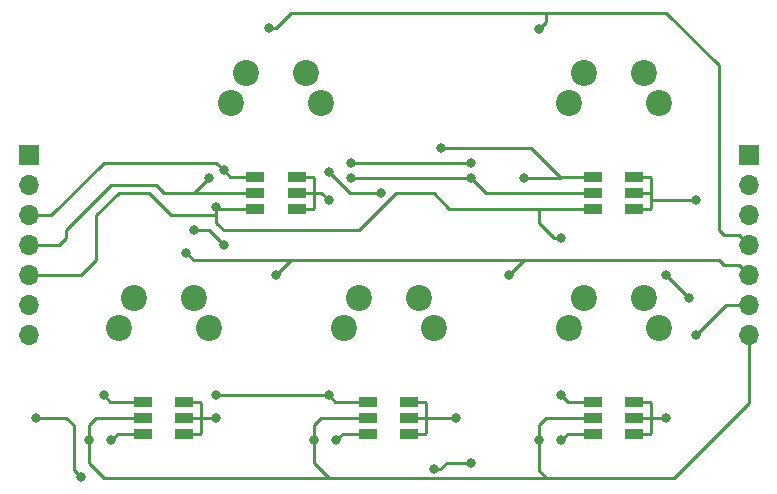
<source format=gbr>
G04 #@! TF.GenerationSoftware,KiCad,Pcbnew,(5.0.0-rc2-dev-471-ge4feb315d)*
G04 #@! TF.CreationDate,2018-05-05T14:14:47+01:00*
G04 #@! TF.ProjectId,cherry_breakout_2u_double_side,6368657272795F627265616B6F75745F,rev?*
G04 #@! TF.SameCoordinates,Original*
G04 #@! TF.FileFunction,Copper,L2,Bot,Signal*
G04 #@! TF.FilePolarity,Positive*
%FSLAX46Y46*%
G04 Gerber Fmt 4.6, Leading zero omitted, Abs format (unit mm)*
G04 Created by KiCad (PCBNEW (5.0.0-rc2-dev-471-ge4feb315d)) date Sat May  5 14:14:47 2018*
%MOMM*%
%LPD*%
G01*
G04 APERTURE LIST*
%ADD10R,1.500000X0.900000*%
%ADD11R,1.700000X1.700000*%
%ADD12O,1.700000X1.700000*%
%ADD13C,2.200000*%
%ADD14C,0.800000*%
%ADD15C,0.250000*%
G04 APERTURE END LIST*
D10*
X138585000Y-121205000D03*
X138585000Y-122555000D03*
X138585000Y-123905000D03*
X142085000Y-121205000D03*
X142085000Y-122555000D03*
X142085000Y-123905000D03*
X151610000Y-104855000D03*
X151610000Y-103505000D03*
X151610000Y-102155000D03*
X148110000Y-104855000D03*
X148110000Y-103505000D03*
X148110000Y-102155000D03*
X161135000Y-123905000D03*
X161135000Y-122555000D03*
X161135000Y-121205000D03*
X157635000Y-123905000D03*
X157635000Y-122555000D03*
X157635000Y-121205000D03*
X176685000Y-121205000D03*
X176685000Y-122555000D03*
X176685000Y-123905000D03*
X180185000Y-121205000D03*
X180185000Y-122555000D03*
X180185000Y-123905000D03*
X176685000Y-102155000D03*
X176685000Y-103505000D03*
X176685000Y-104855000D03*
X180185000Y-102155000D03*
X180185000Y-103505000D03*
X180185000Y-104855000D03*
D11*
X128905000Y-100330000D03*
D12*
X128905000Y-102870000D03*
X128905000Y-105410000D03*
X128905000Y-107950000D03*
X128905000Y-110490000D03*
X128905000Y-113030000D03*
X128905000Y-115570000D03*
X189865000Y-115570000D03*
X189865000Y-113030000D03*
X189865000Y-110490000D03*
X189865000Y-107950000D03*
X189865000Y-105410000D03*
X189865000Y-102870000D03*
D11*
X189865000Y-100330000D03*
D13*
X146050000Y-95885000D03*
X152400000Y-93345000D03*
X136525000Y-114935000D03*
X142875000Y-112395000D03*
X137795000Y-112395000D03*
X144145000Y-114935000D03*
X147320000Y-93345000D03*
X153670000Y-95885000D03*
X163195000Y-114935000D03*
X156845000Y-112395000D03*
X161925000Y-112395000D03*
X155575000Y-114935000D03*
X174625000Y-95885000D03*
X180975000Y-93345000D03*
X174625000Y-114935000D03*
X180975000Y-112395000D03*
X175895000Y-112395000D03*
X182245000Y-114935000D03*
X175895000Y-93345000D03*
X182245000Y-95885000D03*
D14*
X149225000Y-89535000D03*
X172085000Y-89625000D03*
X169545000Y-110490000D03*
X149860000Y-110490000D03*
X142240000Y-108585000D03*
X185420000Y-104140000D03*
X166370000Y-100965000D03*
X156210000Y-100965000D03*
X154305000Y-104140000D03*
X142875000Y-106680000D03*
X145415000Y-107950000D03*
X144780000Y-122555000D03*
X185420000Y-115570000D03*
X173990000Y-120650000D03*
X154305000Y-120650000D03*
X144780000Y-120650000D03*
X135255000Y-120650000D03*
X163195000Y-126910000D03*
X173990000Y-124460000D03*
X154940000Y-124460000D03*
X135890000Y-124460000D03*
X166370000Y-126365000D03*
X172085000Y-124460000D03*
X153035000Y-124460000D03*
X133985000Y-124460000D03*
X165100000Y-122555000D03*
X182880000Y-110490000D03*
X184785000Y-112395000D03*
X182880000Y-122555000D03*
X144145000Y-102235000D03*
X156210000Y-102235000D03*
X166370000Y-102235000D03*
X144780000Y-104685000D03*
X173990000Y-107315000D03*
X145415000Y-101600000D03*
X154305000Y-101690000D03*
X158750000Y-103505000D03*
X163830000Y-99695000D03*
X170815000Y-102235000D03*
X129540000Y-122555000D03*
X133350000Y-127595000D03*
D15*
X189015001Y-107100001D02*
X187745001Y-107100001D01*
X189865000Y-107950000D02*
X189015001Y-107100001D01*
X187745001Y-107100001D02*
X187325000Y-106680000D01*
X151130000Y-88265000D02*
X149860000Y-89535000D01*
X149860000Y-89535000D02*
X149225000Y-89535000D01*
X172720000Y-88990000D02*
X172085000Y-89625000D01*
X172720000Y-88265000D02*
X172720000Y-88990000D01*
X172720000Y-88265000D02*
X151130000Y-88265000D01*
X189015001Y-109640001D02*
X187745001Y-109640001D01*
X189865000Y-110490000D02*
X189015001Y-109640001D01*
X187745001Y-109640001D02*
X187325000Y-109220000D01*
X187325000Y-109220000D02*
X170815000Y-109220000D01*
X170815000Y-109220000D02*
X169545000Y-110490000D01*
X170815000Y-109220000D02*
X151130000Y-109220000D01*
X151130000Y-109220000D02*
X149860000Y-110490000D01*
X142875000Y-109220000D02*
X151130000Y-109220000D01*
X142240000Y-108585000D02*
X142875000Y-109220000D01*
X181530000Y-102155000D02*
X180185000Y-102155000D01*
X181610000Y-102235000D02*
X181530000Y-102155000D01*
X180185000Y-103505000D02*
X181610000Y-103505000D01*
X181610000Y-103505000D02*
X181610000Y-102235000D01*
X180485000Y-104855000D02*
X180565000Y-104775000D01*
X180185000Y-104855000D02*
X181530000Y-104855000D01*
X181530000Y-104855000D02*
X181610000Y-104775000D01*
X181610000Y-122555000D02*
X180185000Y-122555000D01*
X181610000Y-121285000D02*
X181610000Y-122555000D01*
X180185000Y-121205000D02*
X181530000Y-121205000D01*
X181530000Y-121205000D02*
X181610000Y-121285000D01*
X180185000Y-123905000D02*
X181530000Y-123905000D01*
X181530000Y-123905000D02*
X181610000Y-123825000D01*
X181610000Y-123825000D02*
X181610000Y-122555000D01*
X185420000Y-104140000D02*
X181610000Y-104140000D01*
X181610000Y-104775000D02*
X181610000Y-104140000D01*
X181610000Y-104140000D02*
X181610000Y-103505000D01*
X166370000Y-100965000D02*
X156210000Y-100965000D01*
X151610000Y-103505000D02*
X153035000Y-103505000D01*
X151610000Y-104855000D02*
X152955000Y-104855000D01*
X152955000Y-104855000D02*
X153035000Y-104775000D01*
X151610000Y-102155000D02*
X152955000Y-102155000D01*
X153035000Y-102235000D02*
X153035000Y-103505000D01*
X152955000Y-102155000D02*
X153035000Y-102235000D01*
X153035000Y-104775000D02*
X153035000Y-104140000D01*
X153035000Y-104140000D02*
X153035000Y-103505000D01*
X153035000Y-103505000D02*
X153670000Y-103505000D01*
X153670000Y-103505000D02*
X154305000Y-104140000D01*
X142875000Y-106680000D02*
X144145000Y-106680000D01*
X144145000Y-106680000D02*
X145415000Y-107950000D01*
X142085000Y-123905000D02*
X143430000Y-123905000D01*
X143430000Y-123905000D02*
X143510000Y-123825000D01*
X143510000Y-123825000D02*
X143510000Y-122555000D01*
X143510000Y-122555000D02*
X142085000Y-122555000D01*
X142085000Y-121205000D02*
X143430000Y-121205000D01*
X143510000Y-121285000D02*
X143510000Y-122555000D01*
X143430000Y-121205000D02*
X143510000Y-121285000D01*
X143510000Y-122555000D02*
X144780000Y-122555000D01*
X189865000Y-113030000D02*
X187960000Y-113030000D01*
X187960000Y-113030000D02*
X185420000Y-115570000D01*
X174545000Y-121205000D02*
X173990000Y-120650000D01*
X176685000Y-121205000D02*
X174545000Y-121205000D01*
X154860000Y-121205000D02*
X154305000Y-120650000D01*
X157635000Y-121205000D02*
X154860000Y-121205000D01*
X154305000Y-120650000D02*
X144780000Y-120650000D01*
X135810000Y-121205000D02*
X135255000Y-120650000D01*
X138585000Y-121205000D02*
X135810000Y-121205000D01*
X176685000Y-123905000D02*
X174545000Y-123905000D01*
X174545000Y-123905000D02*
X173990000Y-124460000D01*
X157635000Y-123905000D02*
X155495000Y-123905000D01*
X155495000Y-123905000D02*
X154940000Y-124460000D01*
X138585000Y-123905000D02*
X136445000Y-123905000D01*
X136445000Y-123905000D02*
X135890000Y-124460000D01*
X163760685Y-126910000D02*
X164305685Y-126365000D01*
X163195000Y-126910000D02*
X163760685Y-126910000D01*
X164305685Y-126365000D02*
X166370000Y-126365000D01*
X172720000Y-127635000D02*
X172085000Y-127000000D01*
X172720000Y-122555000D02*
X176685000Y-122555000D01*
X172085000Y-123190000D02*
X172720000Y-122555000D01*
X172085000Y-127000000D02*
X172085000Y-124460000D01*
X172085000Y-124460000D02*
X172085000Y-123190000D01*
X153670000Y-122555000D02*
X157635000Y-122555000D01*
X153035000Y-123190000D02*
X153670000Y-122555000D01*
X172720000Y-127635000D02*
X154305000Y-127635000D01*
X154305000Y-127635000D02*
X153035000Y-126365000D01*
X153035000Y-126365000D02*
X153035000Y-124460000D01*
X153035000Y-124460000D02*
X153035000Y-123190000D01*
X134620000Y-122555000D02*
X138585000Y-122555000D01*
X133985000Y-123190000D02*
X134620000Y-122555000D01*
X154305000Y-127635000D02*
X135255000Y-127635000D01*
X135255000Y-127635000D02*
X133985000Y-126365000D01*
X133985000Y-126365000D02*
X133985000Y-124460000D01*
X133985000Y-124460000D02*
X133985000Y-123190000D01*
X161135000Y-121205000D02*
X162480000Y-121205000D01*
X162480000Y-121205000D02*
X162560000Y-121285000D01*
X165100000Y-122555000D02*
X162560000Y-122555000D01*
X162560000Y-121285000D02*
X162560000Y-122555000D01*
X162560000Y-122555000D02*
X161135000Y-122555000D01*
X161135000Y-123905000D02*
X162480000Y-123905000D01*
X162480000Y-123905000D02*
X162560000Y-123825000D01*
X162560000Y-123825000D02*
X162560000Y-122555000D01*
X182880000Y-110490000D02*
X184785000Y-112395000D01*
X181610000Y-122555000D02*
X182880000Y-122555000D01*
X131445000Y-107950000D02*
X128905000Y-107950000D01*
X140335000Y-103505000D02*
X139700000Y-102870000D01*
X148110000Y-103505000D02*
X140335000Y-103505000D01*
X132080000Y-107315000D02*
X131445000Y-107950000D01*
X139700000Y-102870000D02*
X135890000Y-102870000D01*
X132080000Y-106680000D02*
X132080000Y-107315000D01*
X135890000Y-102870000D02*
X132080000Y-106680000D01*
X144145000Y-102235000D02*
X142875000Y-103505000D01*
X156210000Y-102235000D02*
X166370000Y-102235000D01*
X166370000Y-102235000D02*
X167640000Y-103505000D01*
X167640000Y-103505000D02*
X176685000Y-103505000D01*
X144950000Y-104855000D02*
X144780000Y-104685000D01*
X148110000Y-104855000D02*
X144950000Y-104855000D01*
X144780000Y-106045000D02*
X145415000Y-106680000D01*
X160020000Y-103505000D02*
X163195000Y-103505000D01*
X145415000Y-106680000D02*
X156845000Y-106680000D01*
X156845000Y-106680000D02*
X160020000Y-103505000D01*
X163195000Y-103505000D02*
X164545000Y-104855000D01*
X133350000Y-110490000D02*
X128905000Y-110490000D01*
X134620000Y-109220000D02*
X133350000Y-110490000D01*
X134620000Y-105410000D02*
X134620000Y-109220000D01*
X144780000Y-104685000D02*
X144780000Y-105410000D01*
X144780000Y-105410000D02*
X144780000Y-106045000D01*
X144780000Y-105410000D02*
X140970000Y-105410000D01*
X140970000Y-105410000D02*
X139065000Y-103505000D01*
X139065000Y-103505000D02*
X136525000Y-103505000D01*
X136525000Y-103505000D02*
X134620000Y-105410000D01*
X173990000Y-107315000D02*
X173355000Y-107315000D01*
X173355000Y-107315000D02*
X172085000Y-106045000D01*
X164545000Y-104855000D02*
X172085000Y-104855000D01*
X172085000Y-106045000D02*
X172085000Y-104855000D01*
X172085000Y-104855000D02*
X176685000Y-104855000D01*
X135255000Y-100965000D02*
X130810000Y-105410000D01*
X144780000Y-100965000D02*
X135255000Y-100965000D01*
X148110000Y-102155000D02*
X145970000Y-102155000D01*
X130810000Y-105410000D02*
X128905000Y-105410000D01*
X145415000Y-101600000D02*
X144780000Y-100965000D01*
X145970000Y-102155000D02*
X145415000Y-101600000D01*
X154305000Y-101690000D02*
X156120000Y-103505000D01*
X156120000Y-103505000D02*
X158750000Y-103505000D01*
X163830000Y-99695000D02*
X171450000Y-99695000D01*
X171450000Y-99695000D02*
X173910000Y-102155000D01*
X173910000Y-102235000D02*
X173990000Y-102155000D01*
X170815000Y-102235000D02*
X173910000Y-102235000D01*
X173910000Y-102155000D02*
X173990000Y-102155000D01*
X173990000Y-102155000D02*
X176685000Y-102155000D01*
X189865000Y-121285000D02*
X189865000Y-115570000D01*
X183515000Y-127635000D02*
X189865000Y-121285000D01*
X172720000Y-127635000D02*
X183515000Y-127635000D01*
X129540000Y-122555000D02*
X132080000Y-122555000D01*
X132080000Y-122555000D02*
X132715000Y-123190000D01*
X132755000Y-127000000D02*
X133350000Y-127595000D01*
X132715000Y-126960000D02*
X132755000Y-127000000D01*
X132715000Y-123190000D02*
X132715000Y-126960000D01*
X182880000Y-88265000D02*
X187325000Y-92710000D01*
X182880000Y-88265000D02*
X172720000Y-88265000D01*
X187325000Y-106680000D02*
X187325000Y-92710000D01*
M02*

</source>
